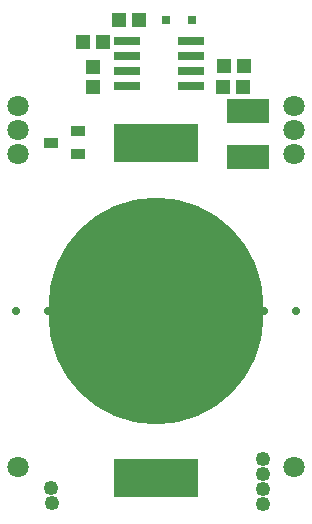
<source format=gbr>
G04 DipTrace 3.2.0.1*
G04 TopMask.gbr*
%MOMM*%
G04 #@! TF.FileFunction,Soldermask,Top*
G04 #@! TF.Part,Single*
%ADD44C,0.7*%
%ADD55C,1.25*%
%ADD57O,18.2X19.2*%
%ADD59R,7.2X3.3*%
%ADD61R,2.2X0.8*%
%ADD69R,1.25X0.85*%
%ADD71C,1.8*%
%ADD73R,0.8X0.8*%
%ADD75R,1.2X1.3*%
%ADD77R,3.6X2.1*%
%ADD79R,1.3X1.2*%
%FSLAX35Y35*%
G04*
G71*
G90*
G75*
G01*
G04 TopMask*
%LPD*%
D79*
X-617600Y2615157D3*
X-447600D3*
X569687Y2409503D3*
X739687D3*
D77*
X776000Y1639467D3*
Y2029467D3*
D73*
X306357Y2804583D3*
X86357D3*
D71*
X-1170000Y1670000D3*
Y1870000D3*
Y2070000D3*
X1170000Y1670000D3*
Y1870000D3*
Y2070000D3*
X-1170000Y-980000D3*
X1170000D3*
D69*
X-665057Y1667223D3*
Y1857223D3*
X-895057Y1762223D3*
D79*
X-313510Y2802007D3*
X-143510D3*
D75*
X-535777Y2235613D3*
Y2405613D3*
D79*
X567437Y2236083D3*
X737437D3*
D61*
X290620Y2622270D3*
Y2368270D3*
Y2495270D3*
Y2241270D3*
X-249380D3*
Y2368270D3*
Y2495270D3*
Y2622270D3*
D59*
X0Y1755500D3*
Y-1080500D3*
D57*
Y337500D3*
D55*
X902457Y-1171640D3*
Y-1044640D3*
Y-1298640D3*
Y-917640D3*
X-888500Y-1158000D3*
X-885000Y-1288500D3*
D44*
X915000Y335000D3*
X1185000D3*
X-1185000D3*
X-915000D3*
M02*

</source>
